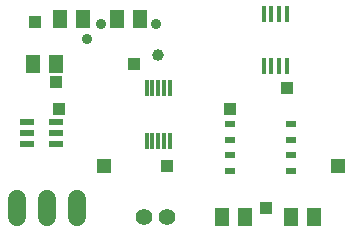
<source format=gts>
G75*
%MOIN*%
%OFA0B0*%
%FSLAX25Y25*%
%IPPOS*%
%LPD*%
%AMOC8*
5,1,8,0,0,1.08239X$1,22.5*
%
%ADD10R,0.05118X0.05906*%
%ADD11R,0.04800X0.02000*%
%ADD12R,0.01200X0.05600*%
%ADD13R,0.01800X0.05400*%
%ADD14R,0.05118X0.06299*%
%ADD15R,0.03543X0.01969*%
%ADD16C,0.05543*%
%ADD17C,0.05937*%
%ADD18R,0.05150X0.05150*%
%ADD19C,0.03575*%
%ADD20C,0.03969*%
%ADD21R,0.03969X0.03969*%
D10*
X0084317Y0097828D03*
X0091797Y0097828D03*
X0103317Y0097828D03*
X0110797Y0097828D03*
X0138317Y0031828D03*
X0145797Y0031828D03*
X0161317Y0031828D03*
X0168797Y0031828D03*
D11*
X0082857Y0056128D03*
X0082857Y0059828D03*
X0082857Y0063528D03*
X0073257Y0063528D03*
X0073257Y0059828D03*
X0073257Y0056128D03*
D12*
X0113157Y0057028D03*
X0115057Y0057028D03*
X0117057Y0057028D03*
X0119057Y0057028D03*
X0120957Y0057028D03*
X0120957Y0074628D03*
X0119057Y0074628D03*
X0117057Y0074628D03*
X0115057Y0074628D03*
X0113157Y0074628D03*
D13*
X0152257Y0082128D03*
X0154757Y0082128D03*
X0157357Y0082128D03*
X0159857Y0082128D03*
X0159857Y0099528D03*
X0157357Y0099528D03*
X0154757Y0099528D03*
X0152257Y0099528D03*
D14*
X0082797Y0082828D03*
X0075317Y0082828D03*
D15*
X0140907Y0062552D03*
X0140907Y0057402D03*
X0140907Y0052253D03*
X0140907Y0047103D03*
X0161206Y0047103D03*
X0161206Y0052253D03*
X0161206Y0057402D03*
X0161206Y0062552D03*
D16*
X0119994Y0031828D03*
X0112120Y0031828D03*
D17*
X0070057Y0031859D02*
X0070057Y0037796D01*
X0080057Y0037796D02*
X0080057Y0031859D01*
X0090057Y0031859D02*
X0090057Y0037796D01*
D18*
X0099057Y0048828D03*
X0177057Y0048828D03*
D19*
X0116297Y0095896D03*
X0097960Y0095896D03*
X0093177Y0091113D03*
D20*
X0117057Y0085828D03*
D21*
X0109057Y0082828D03*
X0083057Y0076828D03*
X0084057Y0067828D03*
X0076057Y0096828D03*
X0120057Y0048828D03*
X0141057Y0067828D03*
X0160057Y0074828D03*
X0153057Y0034828D03*
M02*

</source>
